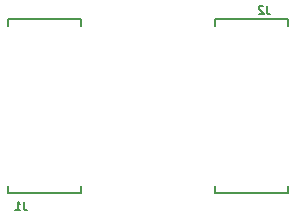
<source format=gbr>
G04 #@! TF.GenerationSoftware,KiCad,Pcbnew,5.0.2+dfsg1-1~bpo9+1*
G04 #@! TF.CreationDate,2019-10-30T13:19:41+01:00*
G04 #@! TF.ProjectId,zglue-jade-adapter,7a676c75-652d-46a6-9164-652d61646170,rev?*
G04 #@! TF.SameCoordinates,Original*
G04 #@! TF.FileFunction,Legend,Bot*
G04 #@! TF.FilePolarity,Positive*
%FSLAX46Y46*%
G04 Gerber Fmt 4.6, Leading zero omitted, Abs format (unit mm)*
G04 Created by KiCad (PCBNEW 5.0.2+dfsg1-1~bpo9+1) date Wed 30 Oct 2019 01:19:41 PM CET*
%MOMM*%
%LPD*%
G01*
G04 APERTURE LIST*
%ADD10C,0.150000*%
G04 APERTURE END LIST*
D10*
G04 #@! TO.C,J1*
X6848800Y-3278980D02*
X6848800Y-2678980D01*
X6848800Y-2678980D02*
X648800Y-2678980D01*
X648800Y-2678980D02*
X648800Y-3278980D01*
X653600Y-16766380D02*
X653600Y-17366380D01*
X6853600Y-17366380D02*
X6853600Y-16766380D01*
X653600Y-17366380D02*
X6853600Y-17366380D01*
G04 #@! TO.C,J2*
X24353800Y-3278980D02*
X24353800Y-2678980D01*
X24353800Y-2678980D02*
X18153800Y-2678980D01*
X18153800Y-2678980D02*
X18153800Y-3278980D01*
X18158600Y-16766380D02*
X18158600Y-17366380D01*
X24358600Y-17366380D02*
X24358600Y-16766380D01*
X18158600Y-17366380D02*
X24358600Y-17366380D01*
G04 #@! TO.C,J1*
X1978333Y-18121666D02*
X1978333Y-18621666D01*
X2011666Y-18721666D01*
X2078333Y-18788333D01*
X2178333Y-18821666D01*
X2245000Y-18821666D01*
X1278333Y-18821666D02*
X1678333Y-18821666D01*
X1478333Y-18821666D02*
X1478333Y-18121666D01*
X1545000Y-18221666D01*
X1611666Y-18288333D01*
X1678333Y-18321666D01*
G04 #@! TO.C,J2*
X22580533Y-1524046D02*
X22580533Y-2024046D01*
X22613866Y-2124046D01*
X22680533Y-2190713D01*
X22780533Y-2224046D01*
X22847200Y-2224046D01*
X22280533Y-1590713D02*
X22247200Y-1557380D01*
X22180533Y-1524046D01*
X22013866Y-1524046D01*
X21947200Y-1557380D01*
X21913866Y-1590713D01*
X21880533Y-1657380D01*
X21880533Y-1724046D01*
X21913866Y-1824046D01*
X22313866Y-2224046D01*
X21880533Y-2224046D01*
G04 #@! TD*
M02*

</source>
